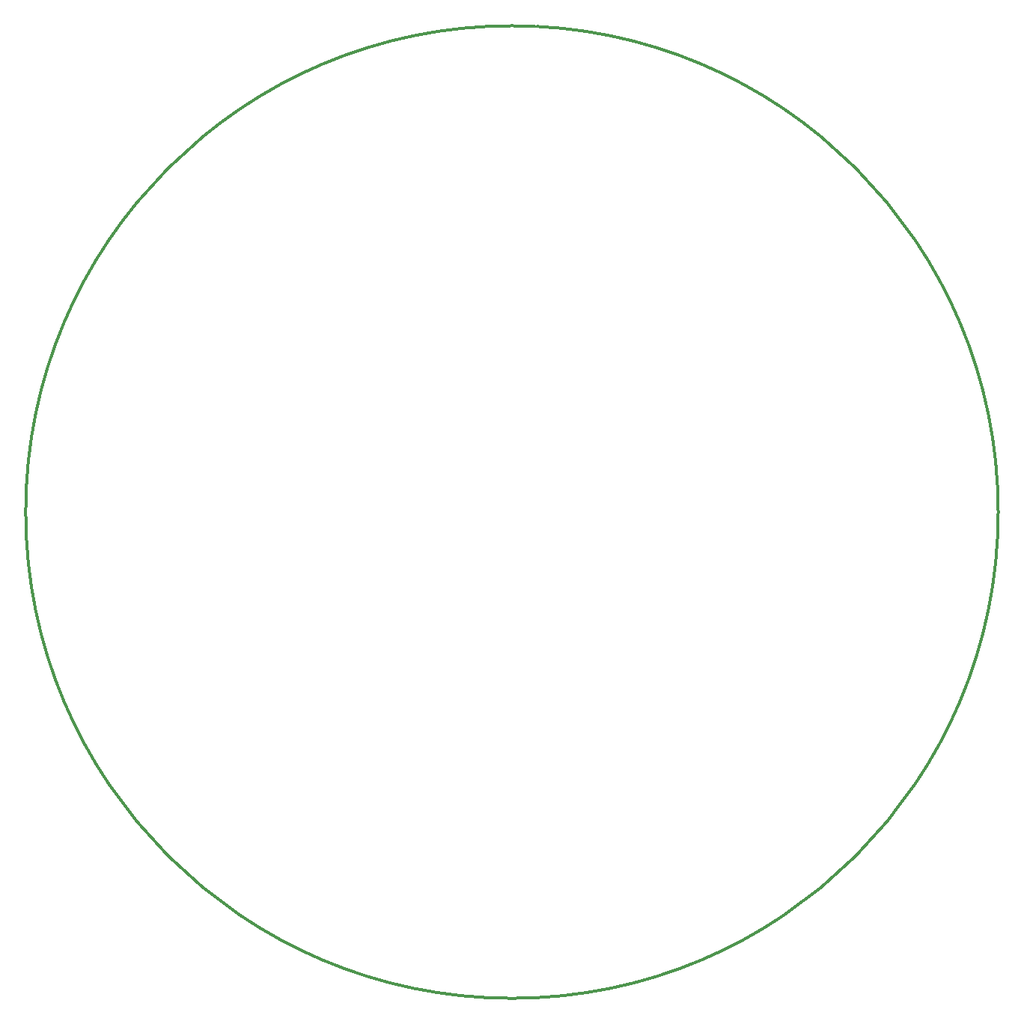
<source format=gko>
G04 Layer_Color=16711935*
%FSLAX42Y42*%
%MOMM*%
G71*
G01*
G75*
%ADD55C,0.30*%
D55*
X16080Y13120D02*
G03*
X16080Y13120I-5500J0D01*
G01*
M02*

</source>
